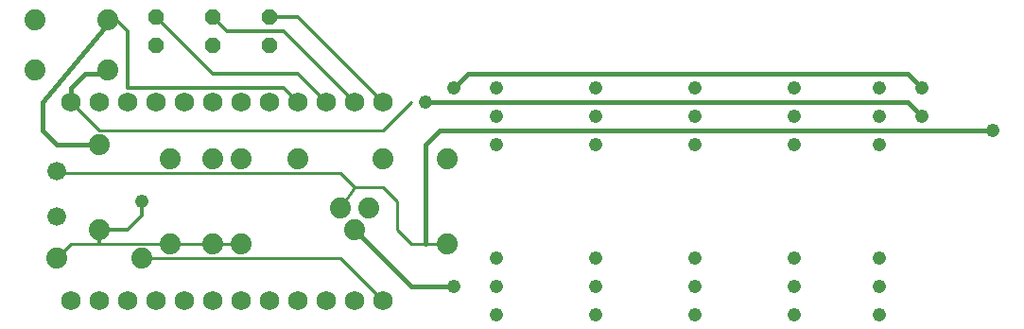
<source format=gbl>
G75*
G70*
%OFA0B0*%
%FSLAX24Y24*%
%IPPOS*%
%LPD*%
%AMOC8*
5,1,8,0,0,1.08239X$1,22.5*
%
%ADD10C,0.0690*%
%ADD11C,0.0740*%
%ADD12C,0.0660*%
%ADD13OC8,0.0560*%
%ADD14C,0.0100*%
%ADD15C,0.0476*%
%ADD16C,0.0160*%
%ADD17C,0.0120*%
D10*
X002600Y001680D03*
X003600Y001680D03*
X004600Y001680D03*
X005600Y001680D03*
X006600Y001680D03*
X007600Y001680D03*
X008600Y001680D03*
X009600Y001680D03*
X010600Y001680D03*
X011600Y001680D03*
X012600Y001680D03*
X013600Y001680D03*
X013600Y008680D03*
X012600Y008680D03*
X011600Y008680D03*
X010600Y008680D03*
X009600Y008680D03*
X008600Y008680D03*
X007600Y008680D03*
X006600Y008680D03*
X005600Y008680D03*
X004600Y008680D03*
X003600Y008680D03*
X002600Y008680D03*
D11*
X001320Y009790D03*
X003880Y009790D03*
X003880Y011570D03*
X001320Y011570D03*
X003600Y007180D03*
X006100Y006680D03*
X007600Y006680D03*
X008600Y006680D03*
X010600Y006680D03*
X013600Y006680D03*
X015850Y006680D03*
X013100Y004930D03*
X012100Y004930D03*
X012600Y004180D03*
X015850Y003680D03*
X008600Y003680D03*
X007600Y003680D03*
X006100Y003680D03*
X005100Y003180D03*
X003600Y004180D03*
X002100Y003180D03*
D12*
X002100Y004643D03*
X002100Y006217D03*
D13*
X005600Y010680D03*
X007600Y010680D03*
X009600Y010680D03*
X009600Y011680D03*
X007600Y011680D03*
X005600Y011680D03*
D14*
X004100Y011680D02*
X003990Y011680D01*
X003880Y011570D01*
X003880Y009790D02*
X003990Y009680D01*
X004100Y009680D01*
X002600Y008680D02*
X003600Y007680D01*
X013600Y007680D01*
X014600Y008680D01*
X012100Y006180D02*
X002100Y006180D01*
X002100Y006217D01*
X002600Y003680D02*
X003600Y003680D01*
X007600Y003680D01*
X008600Y003680D01*
X005100Y003180D02*
X012100Y003180D01*
X013600Y001680D01*
X014600Y003680D02*
X015100Y003680D01*
X015850Y003680D01*
X014600Y003680D02*
X014100Y004180D01*
X014100Y005180D01*
X013600Y005680D01*
X012600Y005680D01*
X012100Y004930D01*
X012600Y005680D02*
X012100Y006180D01*
X002600Y003680D02*
X002100Y003180D01*
D15*
X005100Y005180D03*
X015100Y008680D03*
X016100Y009180D03*
X017600Y009180D03*
X017600Y008180D03*
X017600Y007180D03*
X021100Y007180D03*
X021100Y008180D03*
X021100Y009180D03*
X024600Y009180D03*
X024600Y008180D03*
X024600Y007180D03*
X028100Y007180D03*
X028100Y008180D03*
X028100Y009180D03*
X031100Y009180D03*
X032600Y009180D03*
X032600Y008180D03*
X031100Y008180D03*
X031100Y007180D03*
X035100Y007680D03*
X031100Y003180D03*
X031100Y002180D03*
X031100Y001180D03*
X028100Y001180D03*
X028100Y002180D03*
X028100Y003180D03*
X024600Y003180D03*
X024600Y002180D03*
X024600Y001180D03*
X021100Y001180D03*
X021100Y002180D03*
X021100Y003180D03*
X017600Y003180D03*
X017600Y002180D03*
X016100Y002180D03*
X017600Y001180D03*
D16*
X016100Y002180D02*
X014600Y002180D01*
X012600Y004180D01*
X015100Y003680D02*
X015100Y007180D01*
X015600Y007680D01*
X035100Y007680D01*
X032600Y008180D02*
X032100Y008680D01*
X015100Y008680D01*
X016100Y009180D02*
X016600Y009680D01*
X032100Y009680D01*
X032600Y009180D01*
X004100Y009680D02*
X003100Y009680D01*
X002600Y009180D01*
X002600Y008680D01*
X001600Y008680D02*
X004100Y011680D01*
X001600Y008680D02*
X001600Y007680D01*
X002100Y007180D01*
X003600Y007180D01*
D17*
X004600Y009180D02*
X004600Y011180D01*
X004100Y011680D01*
X005600Y011680D02*
X007600Y009680D01*
X010600Y009680D01*
X011600Y008680D01*
X012600Y008680D02*
X010100Y011180D01*
X008100Y011180D01*
X007600Y011680D01*
X009600Y011680D02*
X010600Y011680D01*
X013600Y008680D01*
X010600Y008680D02*
X010100Y009180D01*
X004600Y009180D01*
X005100Y005180D02*
X005100Y004680D01*
X004600Y004180D01*
X003600Y004180D01*
X003600Y003680D01*
M02*

</source>
